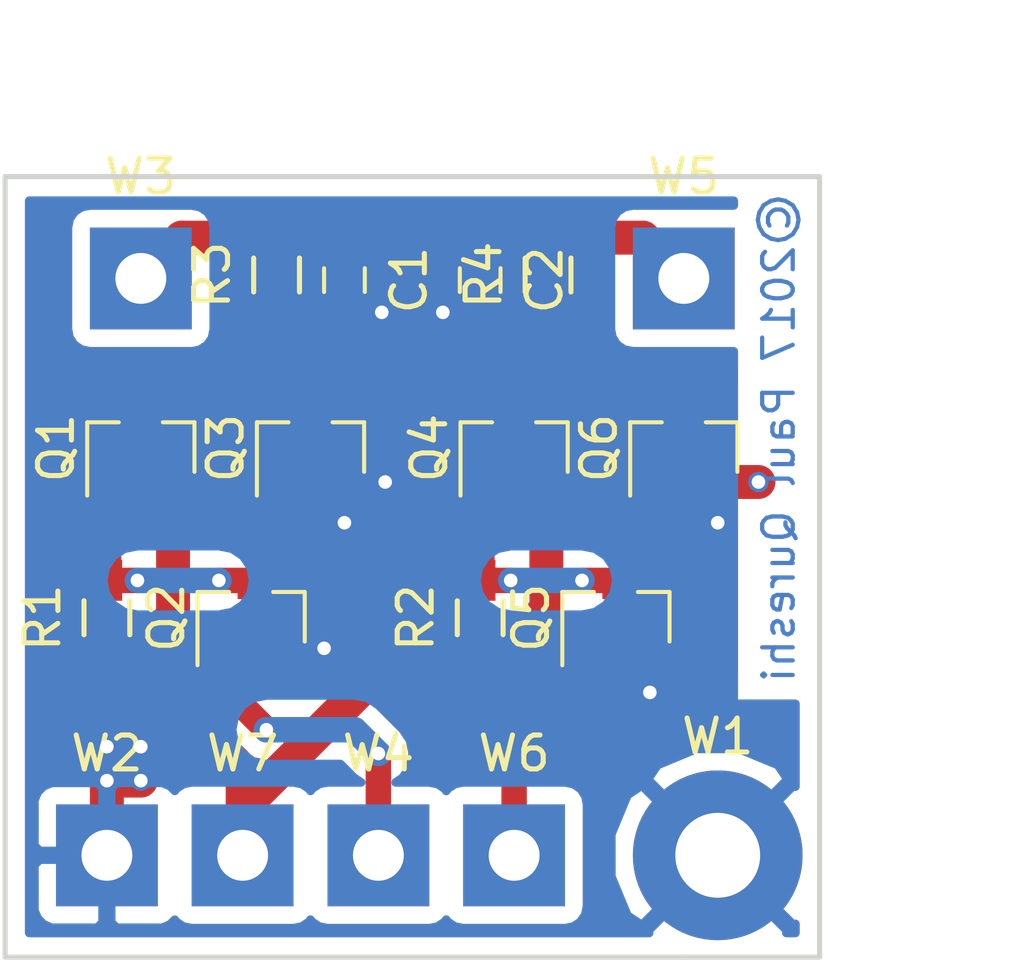
<source format=kicad_pcb>
(kicad_pcb (version 4) (host pcbnew 4.0.5)

  (general
    (links 27)
    (no_connects 0)
    (area 99.924999 56.924999 124.075001 80.075001)
    (thickness 1.6)
    (drawings 90)
    (tracks 87)
    (zones 0)
    (modules 20)
    (nets 11)
  )

  (page A4)
  (title_block
    (title "FET push-pull driver")
    (date 2017-02-05)
    (rev 1.0)
    (company KEIO)
  )

  (layers
    (0 F.Cu signal)
    (31 B.Cu signal)
    (32 B.Adhes user)
    (33 F.Adhes user)
    (34 B.Paste user)
    (35 F.Paste user)
    (36 B.SilkS user hide)
    (37 F.SilkS user hide)
    (38 B.Mask user)
    (39 F.Mask user)
    (40 Dwgs.User user)
    (41 Cmts.User user)
    (42 Eco1.User user)
    (43 Eco2.User user hide)
    (44 Edge.Cuts user)
    (45 Margin user)
    (46 B.CrtYd user)
    (47 F.CrtYd user hide)
    (48 B.Fab user)
    (49 F.Fab user hide)
  )

  (setup
    (last_trace_width 1)
    (user_trace_width 0.1524)
    (user_trace_width 0.45)
    (user_trace_width 0.75)
    (user_trace_width 1)
    (trace_clearance 0.1524)
    (zone_clearance 0.508)
    (zone_45_only no)
    (trace_min 0.1524)
    (segment_width 0.2)
    (edge_width 0.15)
    (via_size 0.6)
    (via_drill 0.4)
    (via_min_size 0.4)
    (via_min_drill 0.3)
    (user_via 0.4524 0.3)
    (uvia_size 0.3)
    (uvia_drill 0.1)
    (uvias_allowed no)
    (uvia_min_size 0.2)
    (uvia_min_drill 0.1)
    (pcb_text_width 0.3)
    (pcb_text_size 1.5 1.5)
    (mod_edge_width 0.15)
    (mod_text_size 1 1)
    (mod_text_width 0.15)
    (pad_size 1.2 0.75)
    (pad_drill 0)
    (pad_to_mask_clearance 0.2)
    (aux_axis_origin 0 0)
    (visible_elements FFFCFB7F)
    (pcbplotparams
      (layerselection 0x00030_80000001)
      (usegerberextensions false)
      (excludeedgelayer true)
      (linewidth 0.100000)
      (plotframeref false)
      (viasonmask false)
      (mode 1)
      (useauxorigin false)
      (hpglpennumber 1)
      (hpglpenspeed 20)
      (hpglpendiameter 15)
      (hpglpenoverlay 2)
      (psnegative false)
      (psa4output false)
      (plotreference true)
      (plotvalue true)
      (plotinvisibletext false)
      (padsonsilk false)
      (subtractmaskfromsilk false)
      (outputformat 1)
      (mirror false)
      (drillshape 1)
      (scaleselection 1)
      (outputdirectory ""))
  )

  (net 0 "")
  (net 1 "Net-(Q1-Pad1)")
  (net 2 VCC)
  (net 3 "Net-(Q1-Pad3)")
  (net 4 "Net-(Q2-Pad1)")
  (net 5 GND)
  (net 6 "Net-(Q4-Pad1)")
  (net 7 "Net-(Q4-Pad3)")
  (net 8 "Net-(Q5-Pad1)")
  (net 9 "Net-(C1-Pad1)")
  (net 10 "Net-(C2-Pad1)")

  (net_class Default "This is the default net class."
    (clearance 0.1524)
    (trace_width 0.25)
    (via_dia 0.6)
    (via_drill 0.4)
    (uvia_dia 0.3)
    (uvia_drill 0.1)
    (add_net GND)
    (add_net "Net-(C1-Pad1)")
    (add_net "Net-(C2-Pad1)")
    (add_net "Net-(Q1-Pad1)")
    (add_net "Net-(Q1-Pad3)")
    (add_net "Net-(Q2-Pad1)")
    (add_net "Net-(Q4-Pad1)")
    (add_net "Net-(Q4-Pad3)")
    (add_net "Net-(Q5-Pad1)")
    (add_net VCC)
  )

  (module Resistors_SMD:R_0603_HandSoldering (layer F.Cu) (tedit 58307AEF) (tstamp 58924A15)
    (at 103 70 90)
    (descr "Resistor SMD 0603, hand soldering")
    (tags "resistor 0603")
    (path /588FBD46)
    (attr smd)
    (fp_text reference R1 (at 0 -1.9 90) (layer F.SilkS)
      (effects (font (size 1 1) (thickness 0.15)))
    )
    (fp_text value R (at 0 1.9 90) (layer F.Fab)
      (effects (font (size 1 1) (thickness 0.15)))
    )
    (fp_line (start -0.8 0.4) (end -0.8 -0.4) (layer F.Fab) (width 0.1))
    (fp_line (start 0.8 0.4) (end -0.8 0.4) (layer F.Fab) (width 0.1))
    (fp_line (start 0.8 -0.4) (end 0.8 0.4) (layer F.Fab) (width 0.1))
    (fp_line (start -0.8 -0.4) (end 0.8 -0.4) (layer F.Fab) (width 0.1))
    (fp_line (start -2 -0.8) (end 2 -0.8) (layer F.CrtYd) (width 0.05))
    (fp_line (start -2 0.8) (end 2 0.8) (layer F.CrtYd) (width 0.05))
    (fp_line (start -2 -0.8) (end -2 0.8) (layer F.CrtYd) (width 0.05))
    (fp_line (start 2 -0.8) (end 2 0.8) (layer F.CrtYd) (width 0.05))
    (fp_line (start 0.5 0.675) (end -0.5 0.675) (layer F.SilkS) (width 0.15))
    (fp_line (start -0.5 -0.675) (end 0.5 -0.675) (layer F.SilkS) (width 0.15))
    (pad 1 smd rect (at -1.1 0 90) (size 1.2 0.9) (layers F.Cu F.Paste F.Mask)
      (net 2 VCC))
    (pad 2 smd rect (at 1.1 0 90) (size 1.2 0.9) (layers F.Cu F.Paste F.Mask)
      (net 1 "Net-(Q1-Pad1)"))
    (model Resistors_SMD.3dshapes/R_0603_HandSoldering.wrl
      (at (xyz 0 0 0))
      (scale (xyz 1 1 1))
      (rotate (xyz 0 0 0))
    )
  )

  (module TO_SOT_Packages_SMD:SOT-23 (layer F.Cu) (tedit 583F39EB) (tstamp 58924A0F)
    (at 120 65 90)
    (descr "SOT-23, Standard")
    (tags SOT-23)
    (path /588FC62C)
    (attr smd)
    (fp_text reference Q6 (at 0 -2.5 90) (layer F.SilkS)
      (effects (font (size 1 1) (thickness 0.15)))
    )
    (fp_text value BSS138 (at 0 2.5 90) (layer F.Fab)
      (effects (font (size 1 1) (thickness 0.15)))
    )
    (fp_line (start -0.2 -1.52) (end -0.7 -1.02) (layer F.Fab) (width 0.1))
    (fp_line (start 0.76 1.58) (end 0.76 0.65) (layer F.SilkS) (width 0.12))
    (fp_line (start 0.76 -1.58) (end 0.76 -0.65) (layer F.SilkS) (width 0.12))
    (fp_line (start 0.7 -1.52) (end 0.7 1.52) (layer F.Fab) (width 0.1))
    (fp_line (start -0.7 1.52) (end 0.7 1.52) (layer F.Fab) (width 0.1))
    (fp_line (start -1.7 -1.75) (end 1.7 -1.75) (layer F.CrtYd) (width 0.05))
    (fp_line (start 1.7 -1.75) (end 1.7 1.75) (layer F.CrtYd) (width 0.05))
    (fp_line (start 1.7 1.75) (end -1.7 1.75) (layer F.CrtYd) (width 0.05))
    (fp_line (start -1.7 1.75) (end -1.7 -1.75) (layer F.CrtYd) (width 0.05))
    (fp_line (start 0.76 -1.58) (end -1.4 -1.58) (layer F.SilkS) (width 0.12))
    (fp_line (start -0.2 -1.52) (end 0.7 -1.52) (layer F.Fab) (width 0.1))
    (fp_line (start -0.7 -1.02) (end -0.7 1.52) (layer F.Fab) (width 0.1))
    (fp_line (start 0.76 1.58) (end -0.7 1.58) (layer F.SilkS) (width 0.12))
    (pad 1 smd rect (at -1 -0.95 90) (size 0.9 0.8) (layers F.Cu F.Paste F.Mask)
      (net 6 "Net-(Q4-Pad1)"))
    (pad 2 smd rect (at -1 0.95 90) (size 0.9 0.8) (layers F.Cu F.Paste F.Mask)
      (net 5 GND))
    (pad 3 smd rect (at 1 0 90) (size 0.9 0.8) (layers F.Cu F.Paste F.Mask)
      (net 7 "Net-(Q4-Pad3)"))
    (model TO_SOT_Packages_SMD.3dshapes/SOT-23.wrl
      (at (xyz 0 0 0))
      (scale (xyz 1 1 1))
      (rotate (xyz 0 0 90))
    )
  )

  (module TO_SOT_Packages_SMD:SOT-23 (layer F.Cu) (tedit 583F39EB) (tstamp 58924A08)
    (at 118 70 90)
    (descr "SOT-23, Standard")
    (tags SOT-23)
    (path /588FC9C8)
    (attr smd)
    (fp_text reference Q5 (at 0 -2.5 90) (layer F.SilkS)
      (effects (font (size 1 1) (thickness 0.15)))
    )
    (fp_text value BSS138 (at 0 2.5 90) (layer F.Fab)
      (effects (font (size 1 1) (thickness 0.15)))
    )
    (fp_line (start -0.2 -1.52) (end -0.7 -1.02) (layer F.Fab) (width 0.1))
    (fp_line (start 0.76 1.58) (end 0.76 0.65) (layer F.SilkS) (width 0.12))
    (fp_line (start 0.76 -1.58) (end 0.76 -0.65) (layer F.SilkS) (width 0.12))
    (fp_line (start 0.7 -1.52) (end 0.7 1.52) (layer F.Fab) (width 0.1))
    (fp_line (start -0.7 1.52) (end 0.7 1.52) (layer F.Fab) (width 0.1))
    (fp_line (start -1.7 -1.75) (end 1.7 -1.75) (layer F.CrtYd) (width 0.05))
    (fp_line (start 1.7 -1.75) (end 1.7 1.75) (layer F.CrtYd) (width 0.05))
    (fp_line (start 1.7 1.75) (end -1.7 1.75) (layer F.CrtYd) (width 0.05))
    (fp_line (start -1.7 1.75) (end -1.7 -1.75) (layer F.CrtYd) (width 0.05))
    (fp_line (start 0.76 -1.58) (end -1.4 -1.58) (layer F.SilkS) (width 0.12))
    (fp_line (start -0.2 -1.52) (end 0.7 -1.52) (layer F.Fab) (width 0.1))
    (fp_line (start -0.7 -1.02) (end -0.7 1.52) (layer F.Fab) (width 0.1))
    (fp_line (start 0.76 1.58) (end -0.7 1.58) (layer F.SilkS) (width 0.12))
    (pad 1 smd rect (at -1 -0.95 90) (size 0.9 0.8) (layers F.Cu F.Paste F.Mask)
      (net 8 "Net-(Q5-Pad1)"))
    (pad 2 smd rect (at -1 0.95 90) (size 0.9 0.8) (layers F.Cu F.Paste F.Mask)
      (net 5 GND))
    (pad 3 smd rect (at 1 0 90) (size 0.9 0.8) (layers F.Cu F.Paste F.Mask)
      (net 6 "Net-(Q4-Pad1)"))
    (model TO_SOT_Packages_SMD.3dshapes/SOT-23.wrl
      (at (xyz 0 0 0))
      (scale (xyz 1 1 1))
      (rotate (xyz 0 0 90))
    )
  )

  (module TO_SOT_Packages_SMD:SOT-23 (layer F.Cu) (tedit 583F39EB) (tstamp 589249EC)
    (at 104 65 90)
    (descr "SOT-23, Standard")
    (tags SOT-23)
    (path /588FBBAA)
    (attr smd)
    (fp_text reference Q1 (at 0 -2.5 90) (layer F.SilkS)
      (effects (font (size 1 1) (thickness 0.15)))
    )
    (fp_text value BSS84 (at 0 2.5 90) (layer F.Fab)
      (effects (font (size 1 1) (thickness 0.15)))
    )
    (fp_line (start -0.2 -1.52) (end -0.7 -1.02) (layer F.Fab) (width 0.1))
    (fp_line (start 0.76 1.58) (end 0.76 0.65) (layer F.SilkS) (width 0.12))
    (fp_line (start 0.76 -1.58) (end 0.76 -0.65) (layer F.SilkS) (width 0.12))
    (fp_line (start 0.7 -1.52) (end 0.7 1.52) (layer F.Fab) (width 0.1))
    (fp_line (start -0.7 1.52) (end 0.7 1.52) (layer F.Fab) (width 0.1))
    (fp_line (start -1.7 -1.75) (end 1.7 -1.75) (layer F.CrtYd) (width 0.05))
    (fp_line (start 1.7 -1.75) (end 1.7 1.75) (layer F.CrtYd) (width 0.05))
    (fp_line (start 1.7 1.75) (end -1.7 1.75) (layer F.CrtYd) (width 0.05))
    (fp_line (start -1.7 1.75) (end -1.7 -1.75) (layer F.CrtYd) (width 0.05))
    (fp_line (start 0.76 -1.58) (end -1.4 -1.58) (layer F.SilkS) (width 0.12))
    (fp_line (start -0.2 -1.52) (end 0.7 -1.52) (layer F.Fab) (width 0.1))
    (fp_line (start -0.7 -1.02) (end -0.7 1.52) (layer F.Fab) (width 0.1))
    (fp_line (start 0.76 1.58) (end -0.7 1.58) (layer F.SilkS) (width 0.12))
    (pad 1 smd rect (at -1 -0.95 90) (size 0.9 0.8) (layers F.Cu F.Paste F.Mask)
      (net 1 "Net-(Q1-Pad1)"))
    (pad 2 smd rect (at -1 0.95 90) (size 0.9 0.8) (layers F.Cu F.Paste F.Mask)
      (net 2 VCC))
    (pad 3 smd rect (at 1 0 90) (size 0.9 0.8) (layers F.Cu F.Paste F.Mask)
      (net 3 "Net-(Q1-Pad3)"))
    (model TO_SOT_Packages_SMD.3dshapes/SOT-23.wrl
      (at (xyz 0 0 0))
      (scale (xyz 1 1 1))
      (rotate (xyz 0 0 90))
    )
  )

  (module TO_SOT_Packages_SMD:SOT-23 (layer F.Cu) (tedit 583F39EB) (tstamp 589249F3)
    (at 107.25 70 90)
    (descr "SOT-23, Standard")
    (tags SOT-23)
    (path /588FBC23)
    (attr smd)
    (fp_text reference Q2 (at 0 -2.5 90) (layer F.SilkS)
      (effects (font (size 1 1) (thickness 0.15)))
    )
    (fp_text value BSS138 (at 0 2.5 90) (layer F.Fab)
      (effects (font (size 1 1) (thickness 0.15)))
    )
    (fp_line (start -0.2 -1.52) (end -0.7 -1.02) (layer F.Fab) (width 0.1))
    (fp_line (start 0.76 1.58) (end 0.76 0.65) (layer F.SilkS) (width 0.12))
    (fp_line (start 0.76 -1.58) (end 0.76 -0.65) (layer F.SilkS) (width 0.12))
    (fp_line (start 0.7 -1.52) (end 0.7 1.52) (layer F.Fab) (width 0.1))
    (fp_line (start -0.7 1.52) (end 0.7 1.52) (layer F.Fab) (width 0.1))
    (fp_line (start -1.7 -1.75) (end 1.7 -1.75) (layer F.CrtYd) (width 0.05))
    (fp_line (start 1.7 -1.75) (end 1.7 1.75) (layer F.CrtYd) (width 0.05))
    (fp_line (start 1.7 1.75) (end -1.7 1.75) (layer F.CrtYd) (width 0.05))
    (fp_line (start -1.7 1.75) (end -1.7 -1.75) (layer F.CrtYd) (width 0.05))
    (fp_line (start 0.76 -1.58) (end -1.4 -1.58) (layer F.SilkS) (width 0.12))
    (fp_line (start -0.2 -1.52) (end 0.7 -1.52) (layer F.Fab) (width 0.1))
    (fp_line (start -0.7 -1.02) (end -0.7 1.52) (layer F.Fab) (width 0.1))
    (fp_line (start 0.76 1.58) (end -0.7 1.58) (layer F.SilkS) (width 0.12))
    (pad 1 smd rect (at -1 -0.95 90) (size 0.9 0.8) (layers F.Cu F.Paste F.Mask)
      (net 4 "Net-(Q2-Pad1)"))
    (pad 2 smd rect (at -1 0.95 90) (size 0.9 0.8) (layers F.Cu F.Paste F.Mask)
      (net 5 GND))
    (pad 3 smd rect (at 1 0 90) (size 0.9 0.8) (layers F.Cu F.Paste F.Mask)
      (net 1 "Net-(Q1-Pad1)"))
    (model TO_SOT_Packages_SMD.3dshapes/SOT-23.wrl
      (at (xyz 0 0 0))
      (scale (xyz 1 1 1))
      (rotate (xyz 0 0 90))
    )
  )

  (module TO_SOT_Packages_SMD:SOT-23 (layer F.Cu) (tedit 583F39EB) (tstamp 589249FA)
    (at 109 65 90)
    (descr "SOT-23, Standard")
    (tags SOT-23)
    (path /588FC012)
    (attr smd)
    (fp_text reference Q3 (at 0 -2.5 90) (layer F.SilkS)
      (effects (font (size 1 1) (thickness 0.15)))
    )
    (fp_text value BSS138 (at 0 2.5 90) (layer F.Fab)
      (effects (font (size 1 1) (thickness 0.15)))
    )
    (fp_line (start -0.2 -1.52) (end -0.7 -1.02) (layer F.Fab) (width 0.1))
    (fp_line (start 0.76 1.58) (end 0.76 0.65) (layer F.SilkS) (width 0.12))
    (fp_line (start 0.76 -1.58) (end 0.76 -0.65) (layer F.SilkS) (width 0.12))
    (fp_line (start 0.7 -1.52) (end 0.7 1.52) (layer F.Fab) (width 0.1))
    (fp_line (start -0.7 1.52) (end 0.7 1.52) (layer F.Fab) (width 0.1))
    (fp_line (start -1.7 -1.75) (end 1.7 -1.75) (layer F.CrtYd) (width 0.05))
    (fp_line (start 1.7 -1.75) (end 1.7 1.75) (layer F.CrtYd) (width 0.05))
    (fp_line (start 1.7 1.75) (end -1.7 1.75) (layer F.CrtYd) (width 0.05))
    (fp_line (start -1.7 1.75) (end -1.7 -1.75) (layer F.CrtYd) (width 0.05))
    (fp_line (start 0.76 -1.58) (end -1.4 -1.58) (layer F.SilkS) (width 0.12))
    (fp_line (start -0.2 -1.52) (end 0.7 -1.52) (layer F.Fab) (width 0.1))
    (fp_line (start -0.7 -1.02) (end -0.7 1.52) (layer F.Fab) (width 0.1))
    (fp_line (start 0.76 1.58) (end -0.7 1.58) (layer F.SilkS) (width 0.12))
    (pad 1 smd rect (at -1 -0.95 90) (size 0.9 0.8) (layers F.Cu F.Paste F.Mask)
      (net 1 "Net-(Q1-Pad1)"))
    (pad 2 smd rect (at -1 0.95 90) (size 0.9 0.8) (layers F.Cu F.Paste F.Mask)
      (net 5 GND))
    (pad 3 smd rect (at 1 0 90) (size 0.9 0.8) (layers F.Cu F.Paste F.Mask)
      (net 3 "Net-(Q1-Pad3)"))
    (model TO_SOT_Packages_SMD.3dshapes/SOT-23.wrl
      (at (xyz 0 0 0))
      (scale (xyz 1 1 1))
      (rotate (xyz 0 0 90))
    )
  )

  (module TO_SOT_Packages_SMD:SOT-23 (layer F.Cu) (tedit 583F39EB) (tstamp 58924A01)
    (at 115 65 90)
    (descr "SOT-23, Standard")
    (tags SOT-23)
    (path /588FC42B)
    (attr smd)
    (fp_text reference Q4 (at 0 -2.5 90) (layer F.SilkS)
      (effects (font (size 1 1) (thickness 0.15)))
    )
    (fp_text value BSS84 (at 0 2.5 90) (layer F.Fab)
      (effects (font (size 1 1) (thickness 0.15)))
    )
    (fp_line (start -0.2 -1.52) (end -0.7 -1.02) (layer F.Fab) (width 0.1))
    (fp_line (start 0.76 1.58) (end 0.76 0.65) (layer F.SilkS) (width 0.12))
    (fp_line (start 0.76 -1.58) (end 0.76 -0.65) (layer F.SilkS) (width 0.12))
    (fp_line (start 0.7 -1.52) (end 0.7 1.52) (layer F.Fab) (width 0.1))
    (fp_line (start -0.7 1.52) (end 0.7 1.52) (layer F.Fab) (width 0.1))
    (fp_line (start -1.7 -1.75) (end 1.7 -1.75) (layer F.CrtYd) (width 0.05))
    (fp_line (start 1.7 -1.75) (end 1.7 1.75) (layer F.CrtYd) (width 0.05))
    (fp_line (start 1.7 1.75) (end -1.7 1.75) (layer F.CrtYd) (width 0.05))
    (fp_line (start -1.7 1.75) (end -1.7 -1.75) (layer F.CrtYd) (width 0.05))
    (fp_line (start 0.76 -1.58) (end -1.4 -1.58) (layer F.SilkS) (width 0.12))
    (fp_line (start -0.2 -1.52) (end 0.7 -1.52) (layer F.Fab) (width 0.1))
    (fp_line (start -0.7 -1.02) (end -0.7 1.52) (layer F.Fab) (width 0.1))
    (fp_line (start 0.76 1.58) (end -0.7 1.58) (layer F.SilkS) (width 0.12))
    (pad 1 smd rect (at -1 -0.95 90) (size 0.9 0.8) (layers F.Cu F.Paste F.Mask)
      (net 6 "Net-(Q4-Pad1)"))
    (pad 2 smd rect (at -1 0.95 90) (size 0.9 0.8) (layers F.Cu F.Paste F.Mask)
      (net 2 VCC))
    (pad 3 smd rect (at 1 0 90) (size 0.9 0.8) (layers F.Cu F.Paste F.Mask)
      (net 7 "Net-(Q4-Pad3)"))
    (model TO_SOT_Packages_SMD.3dshapes/SOT-23.wrl
      (at (xyz 0 0 0))
      (scale (xyz 1 1 1))
      (rotate (xyz 0 0 90))
    )
  )

  (module Resistors_SMD:R_0603_HandSoldering (layer F.Cu) (tedit 58307AEF) (tstamp 58924A1B)
    (at 114 70 90)
    (descr "Resistor SMD 0603, hand soldering")
    (tags "resistor 0603")
    (path /588FCB0A)
    (attr smd)
    (fp_text reference R2 (at 0 -1.9 90) (layer F.SilkS)
      (effects (font (size 1 1) (thickness 0.15)))
    )
    (fp_text value R (at 0 1.9 90) (layer F.Fab)
      (effects (font (size 1 1) (thickness 0.15)))
    )
    (fp_line (start -0.8 0.4) (end -0.8 -0.4) (layer F.Fab) (width 0.1))
    (fp_line (start 0.8 0.4) (end -0.8 0.4) (layer F.Fab) (width 0.1))
    (fp_line (start 0.8 -0.4) (end 0.8 0.4) (layer F.Fab) (width 0.1))
    (fp_line (start -0.8 -0.4) (end 0.8 -0.4) (layer F.Fab) (width 0.1))
    (fp_line (start -2 -0.8) (end 2 -0.8) (layer F.CrtYd) (width 0.05))
    (fp_line (start -2 0.8) (end 2 0.8) (layer F.CrtYd) (width 0.05))
    (fp_line (start -2 -0.8) (end -2 0.8) (layer F.CrtYd) (width 0.05))
    (fp_line (start 2 -0.8) (end 2 0.8) (layer F.CrtYd) (width 0.05))
    (fp_line (start 0.5 0.675) (end -0.5 0.675) (layer F.SilkS) (width 0.15))
    (fp_line (start -0.5 -0.675) (end 0.5 -0.675) (layer F.SilkS) (width 0.15))
    (pad 1 smd rect (at -1.1 0 90) (size 1.2 0.9) (layers F.Cu F.Paste F.Mask)
      (net 2 VCC))
    (pad 2 smd rect (at 1.1 0 90) (size 1.2 0.9) (layers F.Cu F.Paste F.Mask)
      (net 6 "Net-(Q4-Pad1)"))
    (model Resistors_SMD.3dshapes/R_0603_HandSoldering.wrl
      (at (xyz 0 0 0))
      (scale (xyz 1 1 1))
      (rotate (xyz 0 0 0))
    )
  )

  (module Mounting_Holes:MountingHole_2.5mm_Pad (layer F.Cu) (tedit 56D1B4CB) (tstamp 58924A20)
    (at 121 77)
    (descr "Mounting Hole 2.5mm")
    (tags "mounting hole 2.5mm")
    (path /58910040)
    (fp_text reference W1 (at 0 -3.5) (layer F.SilkS)
      (effects (font (size 1 1) (thickness 0.15)))
    )
    (fp_text value MOUNT1 (at 0 3.5) (layer F.Fab)
      (effects (font (size 1 1) (thickness 0.15)))
    )
    (fp_circle (center 0 0) (end 2.5 0) (layer Cmts.User) (width 0.15))
    (fp_circle (center 0 0) (end 2.75 0) (layer F.CrtYd) (width 0.05))
    (pad 1 thru_hole circle (at 0 0) (size 5 5) (drill 2.5) (layers *.Cu *.Mask)
      (net 5 GND))
  )

  (module Measurement_Points:Measurement_Point_Square-TH_Big (layer F.Cu) (tedit 56C36076) (tstamp 58924A25)
    (at 103 77)
    (descr "Mesurement Point, Square, Trough Hole,  3mm x 3mm, Drill 1.5mm,")
    (tags "Mesurement Point Square Trough Hole 3x3mm Drill 1.5mm")
    (path /58910461)
    (attr virtual)
    (fp_text reference W2 (at 0 -3) (layer F.SilkS)
      (effects (font (size 1 1) (thickness 0.15)))
    )
    (fp_text value GND (at 0 3) (layer F.Fab)
      (effects (font (size 1 1) (thickness 0.15)))
    )
    (fp_line (start -1.75 -1.75) (end 1.75 -1.75) (layer F.CrtYd) (width 0.05))
    (fp_line (start 1.75 -1.75) (end 1.75 1.75) (layer F.CrtYd) (width 0.05))
    (fp_line (start 1.75 1.75) (end -1.75 1.75) (layer F.CrtYd) (width 0.05))
    (fp_line (start -1.75 1.75) (end -1.75 -1.75) (layer F.CrtYd) (width 0.05))
    (pad 1 thru_hole rect (at 0 0) (size 3 3) (drill 1.5) (layers *.Cu *.Mask)
      (net 5 GND))
  )

  (module Measurement_Points:Measurement_Point_Square-TH_Big (layer F.Cu) (tedit 56C36076) (tstamp 58924A2A)
    (at 104 60)
    (descr "Mesurement Point, Square, Trough Hole,  3mm x 3mm, Drill 1.5mm,")
    (tags "Mesurement Point Square Trough Hole 3x3mm Drill 1.5mm")
    (path /588FD262)
    (attr virtual)
    (fp_text reference W3 (at 0 -3) (layer F.SilkS)
      (effects (font (size 1 1) (thickness 0.15)))
    )
    (fp_text value OUT1 (at 0 3) (layer F.Fab)
      (effects (font (size 1 1) (thickness 0.15)))
    )
    (fp_line (start -1.75 -1.75) (end 1.75 -1.75) (layer F.CrtYd) (width 0.05))
    (fp_line (start 1.75 -1.75) (end 1.75 1.75) (layer F.CrtYd) (width 0.05))
    (fp_line (start 1.75 1.75) (end -1.75 1.75) (layer F.CrtYd) (width 0.05))
    (fp_line (start -1.75 1.75) (end -1.75 -1.75) (layer F.CrtYd) (width 0.05))
    (pad 1 thru_hole rect (at 0 0) (size 3 3) (drill 1.5) (layers *.Cu *.Mask)
      (net 9 "Net-(C1-Pad1)"))
  )

  (module Measurement_Points:Measurement_Point_Square-TH_Big (layer F.Cu) (tedit 56C36076) (tstamp 58924A2F)
    (at 111 77)
    (descr "Mesurement Point, Square, Trough Hole,  3mm x 3mm, Drill 1.5mm,")
    (tags "Mesurement Point Square Trough Hole 3x3mm Drill 1.5mm")
    (path /588FBD89)
    (attr virtual)
    (fp_text reference W4 (at 0 -3) (layer F.SilkS)
      (effects (font (size 1 1) (thickness 0.15)))
    )
    (fp_text value IN1 (at 0 3) (layer F.Fab)
      (effects (font (size 1 1) (thickness 0.15)))
    )
    (fp_line (start -1.75 -1.75) (end 1.75 -1.75) (layer F.CrtYd) (width 0.05))
    (fp_line (start 1.75 -1.75) (end 1.75 1.75) (layer F.CrtYd) (width 0.05))
    (fp_line (start 1.75 1.75) (end -1.75 1.75) (layer F.CrtYd) (width 0.05))
    (fp_line (start -1.75 1.75) (end -1.75 -1.75) (layer F.CrtYd) (width 0.05))
    (pad 1 thru_hole rect (at 0 0) (size 3 3) (drill 1.5) (layers *.Cu *.Mask)
      (net 4 "Net-(Q2-Pad1)"))
  )

  (module Measurement_Points:Measurement_Point_Square-TH_Big (layer F.Cu) (tedit 56C36076) (tstamp 58924A34)
    (at 120 60)
    (descr "Mesurement Point, Square, Trough Hole,  3mm x 3mm, Drill 1.5mm,")
    (tags "Mesurement Point Square Trough Hole 3x3mm Drill 1.5mm")
    (path /588FD19C)
    (attr virtual)
    (fp_text reference W5 (at 0 -3) (layer F.SilkS)
      (effects (font (size 1 1) (thickness 0.15)))
    )
    (fp_text value OUT2 (at 0 3) (layer F.Fab)
      (effects (font (size 1 1) (thickness 0.15)))
    )
    (fp_line (start -1.75 -1.75) (end 1.75 -1.75) (layer F.CrtYd) (width 0.05))
    (fp_line (start 1.75 -1.75) (end 1.75 1.75) (layer F.CrtYd) (width 0.05))
    (fp_line (start 1.75 1.75) (end -1.75 1.75) (layer F.CrtYd) (width 0.05))
    (fp_line (start -1.75 1.75) (end -1.75 -1.75) (layer F.CrtYd) (width 0.05))
    (pad 1 thru_hole rect (at 0 0) (size 3 3) (drill 1.5) (layers *.Cu *.Mask)
      (net 10 "Net-(C2-Pad1)"))
  )

  (module Measurement_Points:Measurement_Point_Square-TH_Big (layer F.Cu) (tedit 56C36076) (tstamp 58924A39)
    (at 115 77)
    (descr "Mesurement Point, Square, Trough Hole,  3mm x 3mm, Drill 1.5mm,")
    (tags "Mesurement Point Square Trough Hole 3x3mm Drill 1.5mm")
    (path /588FCDEE)
    (attr virtual)
    (fp_text reference W6 (at 0 -3) (layer F.SilkS)
      (effects (font (size 1 1) (thickness 0.15)))
    )
    (fp_text value IN2 (at 0 3) (layer F.Fab)
      (effects (font (size 1 1) (thickness 0.15)))
    )
    (fp_line (start -1.75 -1.75) (end 1.75 -1.75) (layer F.CrtYd) (width 0.05))
    (fp_line (start 1.75 -1.75) (end 1.75 1.75) (layer F.CrtYd) (width 0.05))
    (fp_line (start 1.75 1.75) (end -1.75 1.75) (layer F.CrtYd) (width 0.05))
    (fp_line (start -1.75 1.75) (end -1.75 -1.75) (layer F.CrtYd) (width 0.05))
    (pad 1 thru_hole rect (at 0 0) (size 3 3) (drill 1.5) (layers *.Cu *.Mask)
      (net 8 "Net-(Q5-Pad1)"))
  )

  (module Measurement_Points:Measurement_Point_Square-TH_Big (layer F.Cu) (tedit 56C36076) (tstamp 58924A3E)
    (at 107 77)
    (descr "Mesurement Point, Square, Trough Hole,  3mm x 3mm, Drill 1.5mm,")
    (tags "Mesurement Point Square Trough Hole 3x3mm Drill 1.5mm")
    (path /58922E12)
    (attr virtual)
    (fp_text reference W7 (at 0 -3) (layer F.SilkS)
      (effects (font (size 1 1) (thickness 0.15)))
    )
    (fp_text value VCC (at 0 3) (layer F.Fab)
      (effects (font (size 1 1) (thickness 0.15)))
    )
    (fp_line (start -1.75 -1.75) (end 1.75 -1.75) (layer F.CrtYd) (width 0.05))
    (fp_line (start 1.75 -1.75) (end 1.75 1.75) (layer F.CrtYd) (width 0.05))
    (fp_line (start 1.75 1.75) (end -1.75 1.75) (layer F.CrtYd) (width 0.05))
    (fp_line (start -1.75 1.75) (end -1.75 -1.75) (layer F.CrtYd) (width 0.05))
    (pad 1 thru_hole rect (at 0 0) (size 3 3) (drill 1.5) (layers *.Cu *.Mask)
      (net 2 VCC))
  )

  (module Resistors_SMD:R_0603_HandSoldering (layer F.Cu) (tedit 58307AEF) (tstamp 589377D3)
    (at 108 59.9 90)
    (descr "Resistor SMD 0603, hand soldering")
    (tags "resistor 0603")
    (path /58938045)
    (attr smd)
    (fp_text reference R3 (at 0 -1.9 90) (layer F.SilkS)
      (effects (font (size 1 1) (thickness 0.15)))
    )
    (fp_text value R (at 0 1.9 90) (layer F.Fab)
      (effects (font (size 1 1) (thickness 0.15)))
    )
    (fp_line (start -0.8 0.4) (end -0.8 -0.4) (layer F.Fab) (width 0.1))
    (fp_line (start 0.8 0.4) (end -0.8 0.4) (layer F.Fab) (width 0.1))
    (fp_line (start 0.8 -0.4) (end 0.8 0.4) (layer F.Fab) (width 0.1))
    (fp_line (start -0.8 -0.4) (end 0.8 -0.4) (layer F.Fab) (width 0.1))
    (fp_line (start -2 -0.8) (end 2 -0.8) (layer F.CrtYd) (width 0.05))
    (fp_line (start -2 0.8) (end 2 0.8) (layer F.CrtYd) (width 0.05))
    (fp_line (start -2 -0.8) (end -2 0.8) (layer F.CrtYd) (width 0.05))
    (fp_line (start 2 -0.8) (end 2 0.8) (layer F.CrtYd) (width 0.05))
    (fp_line (start 0.5 0.675) (end -0.5 0.675) (layer F.SilkS) (width 0.15))
    (fp_line (start -0.5 -0.675) (end 0.5 -0.675) (layer F.SilkS) (width 0.15))
    (pad 1 smd rect (at -1.1 0 90) (size 1.2 0.9) (layers F.Cu F.Paste F.Mask)
      (net 3 "Net-(Q1-Pad3)"))
    (pad 2 smd rect (at 1.1 0 90) (size 1.2 0.9) (layers F.Cu F.Paste F.Mask)
      (net 9 "Net-(C1-Pad1)"))
    (model Resistors_SMD.3dshapes/R_0603_HandSoldering.wrl
      (at (xyz 0 0 0))
      (scale (xyz 1 1 1))
      (rotate (xyz 0 0 0))
    )
  )

  (module Resistors_SMD:R_0603_HandSoldering (layer F.Cu) (tedit 58307AEF) (tstamp 589377D9)
    (at 116 59.9 90)
    (descr "Resistor SMD 0603, hand soldering")
    (tags "resistor 0603")
    (path /58938378)
    (attr smd)
    (fp_text reference R4 (at 0 -1.9 90) (layer F.SilkS)
      (effects (font (size 1 1) (thickness 0.15)))
    )
    (fp_text value R (at 0 1.9 90) (layer F.Fab)
      (effects (font (size 1 1) (thickness 0.15)))
    )
    (fp_line (start -0.8 0.4) (end -0.8 -0.4) (layer F.Fab) (width 0.1))
    (fp_line (start 0.8 0.4) (end -0.8 0.4) (layer F.Fab) (width 0.1))
    (fp_line (start 0.8 -0.4) (end 0.8 0.4) (layer F.Fab) (width 0.1))
    (fp_line (start -0.8 -0.4) (end 0.8 -0.4) (layer F.Fab) (width 0.1))
    (fp_line (start -2 -0.8) (end 2 -0.8) (layer F.CrtYd) (width 0.05))
    (fp_line (start -2 0.8) (end 2 0.8) (layer F.CrtYd) (width 0.05))
    (fp_line (start -2 -0.8) (end -2 0.8) (layer F.CrtYd) (width 0.05))
    (fp_line (start 2 -0.8) (end 2 0.8) (layer F.CrtYd) (width 0.05))
    (fp_line (start 0.5 0.675) (end -0.5 0.675) (layer F.SilkS) (width 0.15))
    (fp_line (start -0.5 -0.675) (end 0.5 -0.675) (layer F.SilkS) (width 0.15))
    (pad 1 smd rect (at -1.1 0 90) (size 1.2 0.9) (layers F.Cu F.Paste F.Mask)
      (net 7 "Net-(Q4-Pad3)"))
    (pad 2 smd rect (at 1.1 0 90) (size 1.2 0.9) (layers F.Cu F.Paste F.Mask)
      (net 10 "Net-(C2-Pad1)"))
    (model Resistors_SMD.3dshapes/R_0603_HandSoldering.wrl
      (at (xyz 0 0 0))
      (scale (xyz 1 1 1))
      (rotate (xyz 0 0 0))
    )
  )

  (module Capacitors_SMD:C_0603_HandSoldering (layer F.Cu) (tedit 541A9B4D) (tstamp 589377F6)
    (at 110 60.05 270)
    (descr "Capacitor SMD 0603, hand soldering")
    (tags "capacitor 0603")
    (path /58938479)
    (attr smd)
    (fp_text reference C1 (at 0 -1.9 270) (layer F.SilkS)
      (effects (font (size 1 1) (thickness 0.15)))
    )
    (fp_text value C (at 0 1.9 270) (layer F.Fab)
      (effects (font (size 1 1) (thickness 0.15)))
    )
    (fp_line (start -0.8 0.4) (end -0.8 -0.4) (layer F.Fab) (width 0.1))
    (fp_line (start 0.8 0.4) (end -0.8 0.4) (layer F.Fab) (width 0.1))
    (fp_line (start 0.8 -0.4) (end 0.8 0.4) (layer F.Fab) (width 0.1))
    (fp_line (start -0.8 -0.4) (end 0.8 -0.4) (layer F.Fab) (width 0.1))
    (fp_line (start -1.85 -0.75) (end 1.85 -0.75) (layer F.CrtYd) (width 0.05))
    (fp_line (start -1.85 0.75) (end 1.85 0.75) (layer F.CrtYd) (width 0.05))
    (fp_line (start -1.85 -0.75) (end -1.85 0.75) (layer F.CrtYd) (width 0.05))
    (fp_line (start 1.85 -0.75) (end 1.85 0.75) (layer F.CrtYd) (width 0.05))
    (fp_line (start -0.35 -0.6) (end 0.35 -0.6) (layer F.SilkS) (width 0.12))
    (fp_line (start 0.35 0.6) (end -0.35 0.6) (layer F.SilkS) (width 0.12))
    (pad 1 smd rect (at -0.95 0 270) (size 1.2 0.75) (layers F.Cu F.Paste F.Mask)
      (net 9 "Net-(C1-Pad1)"))
    (pad 2 smd rect (at 0.95 0 270) (size 1.2 0.75) (layers F.Cu F.Paste F.Mask)
      (net 5 GND))
    (model Capacitors_SMD.3dshapes/C_0603_HandSoldering.wrl
      (at (xyz 0 0 0))
      (scale (xyz 1 1 1))
      (rotate (xyz 0 0 0))
    )
  )

  (module Capacitors_SMD:C_0603_HandSoldering (layer F.Cu) (tedit 541A9B4D) (tstamp 589377FC)
    (at 114 60.05 270)
    (descr "Capacitor SMD 0603, hand soldering")
    (tags "capacitor 0603")
    (path /589389FC)
    (attr smd)
    (fp_text reference C2 (at 0 -1.9 270) (layer F.SilkS)
      (effects (font (size 1 1) (thickness 0.15)))
    )
    (fp_text value C (at 0 1.9 270) (layer F.Fab)
      (effects (font (size 1 1) (thickness 0.15)))
    )
    (fp_line (start -0.8 0.4) (end -0.8 -0.4) (layer F.Fab) (width 0.1))
    (fp_line (start 0.8 0.4) (end -0.8 0.4) (layer F.Fab) (width 0.1))
    (fp_line (start 0.8 -0.4) (end 0.8 0.4) (layer F.Fab) (width 0.1))
    (fp_line (start -0.8 -0.4) (end 0.8 -0.4) (layer F.Fab) (width 0.1))
    (fp_line (start -1.85 -0.75) (end 1.85 -0.75) (layer F.CrtYd) (width 0.05))
    (fp_line (start -1.85 0.75) (end 1.85 0.75) (layer F.CrtYd) (width 0.05))
    (fp_line (start -1.85 -0.75) (end -1.85 0.75) (layer F.CrtYd) (width 0.05))
    (fp_line (start 1.85 -0.75) (end 1.85 0.75) (layer F.CrtYd) (width 0.05))
    (fp_line (start -0.35 -0.6) (end 0.35 -0.6) (layer F.SilkS) (width 0.12))
    (fp_line (start 0.35 0.6) (end -0.35 0.6) (layer F.SilkS) (width 0.12))
    (pad 1 smd rect (at -0.95 0 270) (size 1.2 0.75) (layers F.Cu F.Paste F.Mask)
      (net 10 "Net-(C2-Pad1)"))
    (pad 2 smd rect (at 0.95 0 270) (size 1.2 0.75) (layers F.Cu F.Paste F.Mask)
      (net 5 GND))
    (model Capacitors_SMD.3dshapes/C_0603_HandSoldering.wrl
      (at (xyz 0 0 0))
      (scale (xyz 1 1 1))
      (rotate (xyz 0 0 0))
    )
  )

  (module Keio:logo2_16x5mm_flipped (layer F.Cu) (tedit 0) (tstamp 5894F14A)
    (at 112 65.1)
    (fp_text reference G*** (at 0 0) (layer F.SilkS) hide
      (effects (font (thickness 0.3)))
    )
    (fp_text value LOGO (at 0.75 0) (layer F.SilkS) hide
      (effects (font (thickness 0.3)))
    )
    (fp_poly (pts (xy -6.194468 -2.462754) (xy -4.17195 -2.461613) (xy -4.119033 -2.452014) (xy -4.052421 -2.438354)
      (xy -3.991741 -2.422379) (xy -3.934596 -2.403304) (xy -3.878591 -2.380341) (xy -3.830178 -2.357222)
      (xy -3.762622 -2.320093) (xy -3.700835 -2.279641) (xy -3.642783 -2.234363) (xy -3.586429 -2.182755)
      (xy -3.565423 -2.16157) (xy -3.505254 -2.093669) (xy -3.452385 -2.021735) (xy -3.406728 -1.945589)
      (xy -3.368193 -1.865053) (xy -3.336692 -1.779946) (xy -3.312136 -1.69009) (xy -3.299258 -1.625601)
      (xy -3.298592 -1.621431) (xy -3.297965 -1.616742) (xy -3.297374 -1.611273) (xy -3.296819 -1.604765)
      (xy -3.296298 -1.596959) (xy -3.295809 -1.587594) (xy -3.29535 -1.576411) (xy -3.294921 -1.563151)
      (xy -3.294519 -1.547555) (xy -3.294143 -1.529361) (xy -3.293791 -1.508312) (xy -3.293462 -1.484146)
      (xy -3.293154 -1.456606) (xy -3.292865 -1.425431) (xy -3.292594 -1.390361) (xy -3.292339 -1.351138)
      (xy -3.292099 -1.307501) (xy -3.291872 -1.259191) (xy -3.291656 -1.205948) (xy -3.291451 -1.147513)
      (xy -3.291253 -1.083626) (xy -3.291062 -1.014028) (xy -3.290876 -0.938459) (xy -3.290693 -0.85666)
      (xy -3.290513 -0.76837) (xy -3.290332 -0.673331) (xy -3.29015 -0.571283) (xy -3.289965 -0.461966)
      (xy -3.289776 -0.34512) (xy -3.28958 -0.220487) (xy -3.289376 -0.087806) (xy -3.289247 -0.002117)
      (xy -3.289042 0.136952) (xy -3.288858 0.267818) (xy -3.288688 0.390744) (xy -3.288528 0.505994)
      (xy -3.288374 0.61383) (xy -3.28822 0.714517) (xy -3.288062 0.808318) (xy -3.287894 0.895495)
      (xy -3.287712 0.976314) (xy -3.287511 1.051036) (xy -3.287287 1.119925) (xy -3.287034 1.183245)
      (xy -3.286747 1.241258) (xy -3.286422 1.29423) (xy -3.286054 1.342422) (xy -3.285638 1.386098)
      (xy -3.285169 1.425521) (xy -3.284643 1.460956) (xy -3.284054 1.492665) (xy -3.283397 1.520912)
      (xy -3.282668 1.54596) (xy -3.281863 1.568072) (xy -3.280975 1.587512) (xy -3.280001 1.604544)
      (xy -3.278935 1.61943) (xy -3.277772 1.632434) (xy -3.276509 1.643819) (xy -3.275139 1.65385)
      (xy -3.273658 1.662788) (xy -3.272062 1.670898) (xy -3.270345 1.678444) (xy -3.268502 1.685687)
      (xy -3.266529 1.692892) (xy -3.264421 1.700323) (xy -3.262173 1.708241) (xy -3.25978 1.716912)
      (xy -3.257485 1.725631) (xy -3.230771 1.813114) (xy -3.196522 1.896942) (xy -3.155006 1.976737)
      (xy -3.10649 2.052122) (xy -3.051243 2.122717) (xy -2.989531 2.188145) (xy -2.921621 2.248028)
      (xy -2.851149 2.299745) (xy -2.800349 2.333727) (xy -2.799287 0.428146) (xy -2.798224 -1.477434)
      (xy -1.811866 -1.477434) (xy -1.811866 2.4638) (xy -4.551891 2.463122) (xy -4.703972 2.463082)
      (xy -4.85399 2.463039) (xy -5.001722 2.462991) (xy -5.146943 2.462941) (xy -5.289428 2.462887)
      (xy -5.428953 2.46283) (xy -5.565295 2.46277) (xy -5.698227 2.462707) (xy -5.827527 2.462642)
      (xy -5.952969 2.462574) (xy -6.07433 2.462505) (xy -6.191384 2.462433) (xy -6.303908 2.462359)
      (xy -6.411677 2.462283) (xy -6.514467 2.462206) (xy -6.612053 2.462127) (xy -6.704211 2.462048)
      (xy -6.790717 2.461967) (xy -6.871346 2.461885) (xy -6.945874 2.461803) (xy -7.014076 2.46172)
      (xy -7.075728 2.461637) (xy -7.130606 2.461553) (xy -7.178485 2.46147) (xy -7.219141 2.461387)
      (xy -7.252349 2.461304) (xy -7.277886 2.461221) (xy -7.295526 2.46114) (xy -7.305046 2.461059)
      (xy -7.306733 2.461015) (xy -7.401568 2.448099) (xy -7.491909 2.428038) (xy -7.577917 2.400759)
      (xy -7.659755 2.36619) (xy -7.737584 2.324256) (xy -7.811567 2.274885) (xy -7.881865 2.218003)
      (xy -7.917875 2.184601) (xy -7.972408 2.127738) (xy -8.020349 2.069055) (xy -8.063163 2.006556)
      (xy -8.102318 1.938243) (xy -8.11074 1.921933) (xy -8.142787 1.852313) (xy -8.169047 1.780839)
      (xy -8.190112 1.705665) (xy -8.206574 1.624945) (xy -8.207181 1.621366) (xy -8.207759 1.617623)
      (xy -8.208307 1.613307) (xy -8.208826 1.608189) (xy -8.209317 1.602043) (xy -8.209781 1.594641)
      (xy -8.210219 1.585754) (xy -8.210631 1.575155) (xy -8.211018 1.562615) (xy -8.211383 1.547908)
      (xy -8.211725 1.530804) (xy -8.212045 1.511077) (xy -8.212345 1.488499) (xy -8.212625 1.462841)
      (xy -8.212887 1.433876) (xy -8.21313 1.401375) (xy -8.213358 1.365112) (xy -8.213569 1.324858)
      (xy -8.213765 1.280385) (xy -8.213948 1.231466) (xy -8.214118 1.177872) (xy -8.214275 1.119376)
      (xy -8.214422 1.05575) (xy -8.214559 0.986766) (xy -8.214686 0.912196) (xy -8.214806 0.831812)
      (xy -8.214918 0.745387) (xy -8.215024 0.652693) (xy -8.215124 0.553502) (xy -8.21522 0.447585)
      (xy -8.215313 0.334715) (xy -8.215403 0.214665) (xy -8.215492 0.087206) (xy -8.215581 -0.047889)
      (xy -8.215669 -0.190849) (xy -8.215759 -0.341901) (xy -8.215819 -0.44349) (xy -8.216415 -1.477434)
      (xy -7.230533 -1.477434) (xy -7.230533 1.477433) (xy -4.275666 1.477433) (xy -4.275666 -1.477434)
      (xy -7.230533 -1.477434) (xy -8.216415 -1.477434) (xy -8.216985 -2.463895) (xy -6.194468 -2.462754)) (layer Eco2.User) (width 0.01))
    (fp_poly (pts (xy -0.037064 -2.46272) (xy 0.146296 -2.462643) (xy 0.321383 -2.462568) (xy 0.488392 -2.462494)
      (xy 0.647516 -2.462421) (xy 0.79895 -2.462348) (xy 0.942886 -2.462273) (xy 1.07952 -2.462198)
      (xy 1.209045 -2.462121) (xy 1.331655 -2.462041) (xy 1.447545 -2.461958) (xy 1.556908 -2.461871)
      (xy 1.659938 -2.46178) (xy 1.756829 -2.461684) (xy 1.847775 -2.461583) (xy 1.93297 -2.461475)
      (xy 2.012609 -2.461361) (xy 2.086884 -2.461239) (xy 2.155991 -2.461109) (xy 2.220122 -2.460971)
      (xy 2.279473 -2.460824) (xy 2.334237 -2.460667) (xy 2.384608 -2.460499) (xy 2.430779 -2.460321)
      (xy 2.472946 -2.460131) (xy 2.511302 -2.459929) (xy 2.546041 -2.459714) (xy 2.577357 -2.459485)
      (xy 2.605443 -2.459243) (xy 2.630495 -2.458986) (xy 2.652705 -2.458714) (xy 2.672269 -2.458426)
      (xy 2.689379 -2.458121) (xy 2.70423 -2.4578) (xy 2.717016 -2.457461) (xy 2.727931 -2.457103)
      (xy 2.737168 -2.456727) (xy 2.744923 -2.456332) (xy 2.751388 -2.455916) (xy 2.756758 -2.45548)
      (xy 2.761227 -2.455023) (xy 2.764988 -2.454543) (xy 2.768236 -2.454042) (xy 2.768601 -2.45398)
      (xy 2.862511 -2.433944) (xy 2.952108 -2.406723) (xy 3.037227 -2.372428) (xy 3.117703 -2.331169)
      (xy 3.193371 -2.283055) (xy 3.264066 -2.228198) (xy 3.329624 -2.166708) (xy 3.389879 -2.098696)
      (xy 3.444666 -2.024271) (xy 3.470062 -1.984518) (xy 3.499596 -1.931329) (xy 3.527012 -1.872909)
      (xy 3.551227 -1.811972) (xy 3.571158 -1.751235) (xy 3.585297 -1.69545) (xy 3.587286 -1.68629)
      (xy 3.589156 -1.678037) (xy 3.590913 -1.670427) (xy 3.592559 -1.663196) (xy 3.5941 -1.656079)
      (xy 3.595538 -1.648811) (xy 3.596877 -1.641128) (xy 3.598123 -1.632766) (xy 3.599278 -1.623459)
      (xy 3.600347 -1.612944) (xy 3.601333 -1.600956) (xy 3.602241 -1.58723) (xy 3.603075 -1.571501)
      (xy 3.603838 -1.553506) (xy 3.604535 -1.532979) (xy 3.605169 -1.509657) (xy 3.605745 -1.483274)
      (xy 3.606266 -1.453566) (xy 3.606736 -1.420268) (xy 3.60716 -1.383117) (xy 3.607541 -1.341846)
      (xy 3.607884 -1.296193) (xy 3.608191 -1.245892) (xy 3.608468 -1.190678) (xy 3.608719 -1.130288)
      (xy 3.608946 -1.064456) (xy 3.609155 -0.992919) (xy 3.609349 -0.915411) (xy 3.609532 -0.831668)
      (xy 3.609708 -0.741426) (xy 3.609881 -0.644419) (xy 3.610055 -0.540384) (xy 3.610234 -0.429056)
      (xy 3.610422 -0.31017) (xy 3.610623 -0.183462) (xy 3.610841 -0.048667) (xy 3.610942 0.0127)
      (xy 3.61358 1.598083) (xy 3.622839 1.64586) (xy 3.644992 1.740293) (xy 3.673869 1.829592)
      (xy 3.709502 1.913809) (xy 3.751924 1.992998) (xy 3.801167 2.067212) (xy 3.857265 2.136505)
      (xy 3.920249 2.200928) (xy 3.990152 2.260536) (xy 4.007059 2.273455) (xy 4.040646 2.298608)
      (xy 4.051777 2.287012) (xy 4.055023 2.283192) (xy 4.063437 2.273141) (xy 4.076779 2.257144)
      (xy 4.094813 2.235487) (xy 4.117302 2.208458) (xy 4.144007 2.176341) (xy 4.174692 2.139424)
      (xy 4.20912 2.097991) (xy 4.247052 2.052331) (xy 4.288251 2.002727) (xy 4.332481 1.949468)
      (xy 4.379503 1.892838) (xy 4.42908 1.833124) (xy 4.480975 1.770613) (xy 4.53495 1.705589)
      (xy 4.590768 1.63834) (xy 4.648192 1.569152) (xy 4.706984 1.49831) (xy 4.766907 1.426101)
      (xy 4.827723 1.352811) (xy 4.889195 1.278727) (xy 4.951086 1.204133) (xy 5.013157 1.129317)
      (xy 5.075173 1.054565) (xy 5.136895 0.980162) (xy 5.198086 0.906395) (xy 5.258508 0.833551)
      (xy 5.317925 0.761914) (xy 5.376098 0.691772) (xy 5.432791 0.62341) (xy 5.487765 0.557115)
      (xy 5.540784 0.493172) (xy 5.591611 0.431869) (xy 5.640007 0.37349) (xy 5.685735 0.318323)
      (xy 5.728558 0.266653) (xy 5.768239 0.218767) (xy 5.80454 0.17495) (xy 5.837224 0.135489)
      (xy 5.866053 0.10067) (xy 5.89079 0.070779) (xy 5.911198 0.046102) (xy 5.927038 0.026925)
      (xy 5.938075 0.013535) (xy 5.94407 0.006218) (xy 5.945048 0.004998) (xy 5.94405 0.003134)
      (xy 5.940196 -0.001538) (xy 5.933358 -0.009148) (xy 5.923407 -0.019826) (xy 5.910215 -0.033702)
      (xy 5.893653 -0.050904) (xy 5.873593 -0.071562) (xy 5.849907 -0.095807) (xy 5.822465 -0.123766)
      (xy 5.79114 -0.155571) (xy 5.755802 -0.191349) (xy 5.716325 -0.231232) (xy 5.672578 -0.275347)
      (xy 5.624434 -0.323826) (xy 5.571764 -0.376796) (xy 5.51444 -0.434388) (xy 5.452334 -0.496732)
      (xy 5.385316 -0.563956) (xy 5.313259 -0.63619) (xy 5.236033 -0.713564) (xy 5.153511 -0.796207)
      (xy 5.065564 -0.884248) (xy 4.972064 -0.977818) (xy 4.872882 -1.077045) (xy 4.767889 -1.182059)
      (xy 4.717757 -1.232194) (xy 3.486156 -2.4638) (xy 3.988307 -2.4638) (xy 4.066456 -2.463803)
      (xy 4.136641 -2.4638) (xy 4.199364 -2.463769) (xy 4.255127 -2.463685) (xy 4.304433 -2.463526)
      (xy 4.347784 -2.463271) (xy 4.385682 -2.462897) (xy 4.418629 -2.462382) (xy 4.447128 -2.461703)
      (xy 4.471682 -2.460837) (xy 4.492792 -2.459763) (xy 4.51096 -2.458459) (xy 4.52669 -2.456901)
      (xy 4.540483 -2.455067) (xy 4.552842 -2.452935) (xy 4.564269 -2.450483) (xy 4.575266 -2.447687)
      (xy 4.586336 -2.444527) (xy 4.597981 -2.440979) (xy 4.610703 -2.437021) (xy 4.614334 -2.435895)
      (xy 4.677634 -2.412697) (xy 4.742008 -2.382108) (xy 4.806106 -2.344852) (xy 4.868579 -2.301651)
      (xy 4.8768 -2.295414) (xy 4.88356 -2.289522) (xy 4.896191 -2.277724) (xy 4.914596 -2.260118)
      (xy 4.938677 -2.2368) (xy 4.968335 -2.20787) (xy 5.003472 -2.173423) (xy 5.04399 -2.133556)
      (xy 5.08979 -2.088369) (xy 5.140774 -2.037957) (xy 5.196844 -1.982417) (xy 5.257901 -1.921849)
      (xy 5.323846 -1.856347) (xy 5.394583 -1.786011) (xy 5.470011 -1.710937) (xy 5.550034 -1.631223)
      (xy 5.634552 -1.546966) (xy 5.723467 -1.458263) (xy 5.816681 -1.365211) (xy 5.818717 -1.363178)
      (xy 5.892398 -1.289627) (xy 5.964735 -1.217466) (xy 6.035484 -1.146936) (xy 6.104403 -1.078277)
      (xy 6.171249 -1.01173) (xy 6.23578 -0.947535) (xy 6.297753 -0.885932) (xy 6.356925 -0.827163)
      (xy 6.413054 -0.771466) (xy 6.465897 -0.719083) (xy 6.515212 -0.670254) (xy 6.560755 -0.62522)
      (xy 6.602284 -0.58422) (xy 6.639557 -0.547495) (xy 6.67233 -0.515286) (xy 6.700361 -0.487833)
      (xy 6.723408 -0.465376) (xy 6.741228 -0.448156) (xy 6.753578 -0.436412) (xy 6.760216 -0.430387)
      (xy 6.760634 -0.430046) (xy 6.818115 -0.38725) (xy 6.875831 -0.34955) (xy 6.933039 -0.31729)
      (xy 6.988995 -0.290815) (xy 7.042957 -0.270466) (xy 7.094181 -0.25659) (xy 7.141924 -0.249528)
      (xy 7.152217 -0.248909) (xy 7.18185 -0.24765) (xy 7.182917 -1.355726) (xy 7.183983 -2.4638)
      (xy 8.2169 -2.4638) (xy 8.2169 2.4638) (xy 7.183983 2.4638) (xy 7.182917 1.355724)
      (xy 7.18185 0.24765) (xy 7.1678 0.246301) (xy 7.146288 0.246286) (xy 7.118729 0.24941)
      (xy 7.086762 0.255267) (xy 7.052025 0.263447) (xy 7.016158 0.273543) (xy 6.980802 0.285146)
      (xy 6.947594 0.297847) (xy 6.930057 0.305513) (xy 6.901653 0.320177) (xy 6.869494 0.339373)
      (xy 6.835789 0.361626) (xy 6.802747 0.385457) (xy 6.772577 0.409391) (xy 6.7648 0.416034)
      (xy 6.761223 0.419177) (xy 6.757558 0.422485) (xy 6.753631 0.426159) (xy 6.749266 0.430403)
      (xy 6.744289 0.435418) (xy 6.738525 0.441405) (xy 6.731798 0.448568) (xy 6.723934 0.457109)
      (xy 6.714758 0.467229) (xy 6.704095 0.47913) (xy 6.69177 0.493014) (xy 6.677608 0.509085)
      (xy 6.661433 0.527543) (xy 6.643072 0.548591) (xy 6.622348 0.57243) (xy 6.599088 0.599264)
      (xy 6.573116 0.629293) (xy 6.544257 0.662721) (xy 6.512336 0.699748) (xy 6.477179 0.740578)
      (xy 6.43861 0.785412) (xy 6.396454 0.834453) (xy 6.350536 0.887902) (xy 6.300682 0.945961)
      (xy 6.246717 1.008833) (xy 6.188465 1.07672) (xy 6.125751 1.149823) (xy 6.058401 1.228346)
      (xy 5.98624 1.312489) (xy 5.909092 1.402455) (xy 5.826783 1.498446) (xy 5.739603 1.600122)
      (xy 5.669811 1.681488) (xy 5.605329 1.756594) (xy 5.545989 1.825635) (xy 5.491621 1.888804)
      (xy 5.442056 1.946296) (xy 5.397125 1.998304) (xy 5.356659 2.045024) (xy 5.320488 2.08665)
      (xy 5.288443 2.123374) (xy 5.260355 2.155392) (xy 5.236055 2.182898) (xy 5.215373 2.206086)
      (xy 5.19814 2.22515) (xy 5.184187 2.240285) (xy 5.173344 2.251684) (xy 5.165443 2.259541)
      (xy 5.16255 2.262196) (xy 5.096399 2.31562) (xy 5.027787 2.361842) (xy 4.957308 2.40053)
      (xy 4.885551 2.431354) (xy 4.826965 2.450309) (xy 4.785784 2.461683) (xy 1.957917 2.462238)
      (xy 1.803331 2.462262) (xy 1.650778 2.462276) (xy 1.500479 2.46228) (xy 1.352657 2.462272)
      (xy 1.207534 2.462254) (xy 1.06533 2.462227) (xy 0.926269 2.462189) (xy 0.790571 2.462142)
      (xy 0.65846 2.462086) (xy 0.530156 2.46202) (xy 0.405881 2.461946) (xy 0.285858 2.461863)
      (xy 0.170308 2.461771) (xy 0.059453 2.461672) (xy -0.046485 2.461564) (xy -0.147285 2.461449)
      (xy -0.242724 2.461327) (xy -0.33258 2.461197) (xy -0.416632 2.46106) (xy -0.494658 2.460917)
      (xy -0.566436 2.460767) (xy -0.631744 2.460611) (xy -0.690361 2.460449) (xy -0.742064 2.460281)
      (xy -0.786631 2.460108) (xy -0.823841 2.459929) (xy -0.853473 2.459746) (xy -0.875303 2.459557)
      (xy -0.88911 2.459364) (xy -0.894673 2.459167) (xy -0.894674 2.459167) (xy -0.956855 2.445944)
      (xy -1.015925 2.425263) (xy -1.071332 2.397648) (xy -1.122522 2.363625) (xy -1.168943 2.32372)
      (xy -1.210044 2.278457) (xy -1.245271 2.228362) (xy -1.274072 2.17396) (xy -1.295894 2.115776)
      (xy -1.308099 2.066109) (xy -1.310022 2.055548) (xy -1.31168 2.045105) (xy -1.313091 2.034102)
      (xy -1.31427 2.021859) (xy -1.315237 2.007699) (xy -1.316007 1.990941) (xy -1.316599 1.970906)
      (xy -1.317028 1.946916) (xy -1.317313 1.918291) (xy -1.317471 1.884353) (xy -1.317519 1.844422)
      (xy -1.317473 1.797819) (xy -1.317352 1.743866) (xy -1.317242 1.704974) (xy -1.316566 1.477433)
      (xy 2.624667 1.477433) (xy 2.624667 0.491136) (xy 0.858309 0.490043) (xy -0.90805 0.48895)
      (xy -0.949694 0.477458) (xy -0.983301 0.466507) (xy -1.019472 0.451861) (xy -1.0553 0.434873)
      (xy -1.087878 0.416898) (xy -1.108548 0.403499) (xy -1.157914 0.363449) (xy -1.20159 0.317548)
      (xy -1.239068 0.266595) (xy -1.269841 0.211392) (xy -1.293401 0.15274) (xy -1.309243 0.091439)
      (xy -1.310468 0.084707) (xy -1.311257 0.079304) (xy -1.311978 0.072282) (xy -1.312635 0.063274)
      (xy -1.31323 0.051915) (xy -1.313766 0.037839) (xy -1.314246 0.020681) (xy -1.314673 0.000075)
      (xy -1.315049 -0.024345) (xy -1.315377 -0.052945) (xy -1.31566 -0.086091) (xy -1.315902 -0.124147)
      (xy -1.316104 -0.167481) (xy -1.31627 -0.216457) (xy -1.316402 -0.271441) (xy -1.316503 -0.3328)
      (xy -1.316576 -0.400898) (xy -1.316624 -0.476102) (xy -1.316649 -0.558777) (xy -1.316655 -0.64929)
      (xy -1.316649 -0.719667) (xy -1.316643 -0.819086) (xy -1.316657 -0.910425) (xy -1.316699 -0.994072)
      (xy -1.316775 -1.070415) (xy -1.316891 -1.13984) (xy -1.317054 -1.202734) (xy -1.317269 -1.259486)
      (xy -1.317544 -1.310482) (xy -1.317884 -1.35611) (xy -1.318296 -1.396757) (xy -1.318786 -1.432811)
      (xy -1.31936 -1.464657) (xy -1.319663 -1.477434) (xy -0.334433 -1.477434) (xy -0.334433 -0.546101)
      (xy 2.624667 -0.546101) (xy 2.624667 -1.477434) (xy -0.334433 -1.477434) (xy -1.319663 -1.477434)
      (xy -1.320026 -1.492685) (xy -1.320789 -1.517281) (xy -1.321655 -1.538832) (xy -1.322631 -1.557726)
      (xy -1.323724 -1.574351) (xy -1.324939 -1.589092) (xy -1.326283 -1.602338) (xy -1.327762 -1.614476)
      (xy -1.329383 -1.625894) (xy -1.331152 -1.636977) (xy -1.331733 -1.640417) (xy -1.351038 -1.728607)
      (xy -1.378203 -1.814131) (xy -1.412904 -1.896502) (xy -1.454819 -1.975232) (xy -1.503625 -2.049833)
      (xy -1.559 -2.119817) (xy -1.620621 -2.184696) (xy -1.688166 -2.243982) (xy -1.761311 -2.297187)
      (xy -1.769533 -2.302549) (xy -1.809749 -2.328493) (xy -1.810836 -2.025712) (xy -1.811922 -1.722932)
      (xy -2.796116 -1.725084) (xy -2.797198 -2.094474) (xy -2.798279 -2.463863) (xy -0.037064 -2.46272)) (layer Eco2.User) (width 0.01))
  )

  (gr_text "Rev 1.0" (at 104 72) (layer Eco2.User) (tstamp 58973063)
    (effects (font (size 1 1) (thickness 0.2)) (justify mirror))
  )
  (gr_text "CC BY-SA" (at 112 59) (layer Eco2.User)
    (effects (font (size 1 1) (thickness 0.2)) (justify mirror))
  )
  (gr_text "©2017 Paul Qureshi" (at 122.8 64.7 90) (layer B.Cu)
    (effects (font (size 0.9 0.9) (thickness 0.125)) (justify mirror))
  )
  (dimension 23 (width 0.3) (layer Eco1.User)
    (gr_text "23.000 mm" (at 127.35 68.5 270) (layer Eco1.User)
      (effects (font (size 1.5 1.5) (thickness 0.3)))
    )
    (feature1 (pts (xy 125 80) (xy 128.7 80)))
    (feature2 (pts (xy 125 57) (xy 128.7 57)))
    (crossbar (pts (xy 126 57) (xy 126 80)))
    (arrow1a (pts (xy 126 80) (xy 125.413579 78.873496)))
    (arrow1b (pts (xy 126 80) (xy 126.586421 78.873496)))
    (arrow2a (pts (xy 126 57) (xy 125.413579 58.126504)))
    (arrow2b (pts (xy 126 57) (xy 126.586421 58.126504)))
  )
  (dimension 24 (width 0.3) (layer Eco1.User)
    (gr_text "24.000 mm" (at 112 53.65) (layer Eco1.User)
      (effects (font (size 1.5 1.5) (thickness 0.3)))
    )
    (feature1 (pts (xy 124 56) (xy 124 52.3)))
    (feature2 (pts (xy 100 56) (xy 100 52.3)))
    (crossbar (pts (xy 100 55) (xy 124 55)))
    (arrow1a (pts (xy 124 55) (xy 122.873496 55.586421)))
    (arrow1b (pts (xy 124 55) (xy 122.873496 54.413579)))
    (arrow2a (pts (xy 100 55) (xy 101.126504 55.586421)))
    (arrow2b (pts (xy 100 55) (xy 101.126504 54.413579)))
  )
  (gr_line (start 113.1 67.9) (end 113.1 68.7) (layer Eco1.User) (width 0.2))
  (gr_line (start 113.1 72.1) (end 113.1 71.3) (layer Eco1.User) (width 0.2))
  (gr_line (start 102.1 67.9) (end 102.1 68.7) (layer Eco1.User) (width 0.2))
  (gr_line (start 102.1 72.1) (end 102.1 71.2) (layer Eco1.User) (width 0.2))
  (gr_line (start 103.9 72.1) (end 102.1 72.1) (layer Eco1.User) (width 0.2))
  (gr_line (start 103.9 69.4) (end 103.9 72.1) (layer Eco1.User) (width 0.2))
  (gr_line (start 103.9 67.9) (end 103.9 68.4) (layer Eco1.User) (width 0.2))
  (gr_line (start 102.1 67.9) (end 103.9 67.9) (layer Eco1.User) (width 0.2))
  (gr_line (start 113.1 62) (end 113.1 61.5) (layer Eco1.User) (width 0.2))
  (gr_line (start 113.1 58.1) (end 113.1 60.5) (layer Eco1.User) (width 0.2))
  (gr_line (start 110.9 62) (end 110.9 61.5) (layer Eco1.User) (width 0.2))
  (gr_line (start 110.9 58.1) (end 110.9 60.5) (layer Eco1.User) (width 0.2))
  (gr_line (start 114.9 72.1) (end 113.1 72.1) (layer Eco1.User) (width 0.2))
  (gr_line (start 114.9 69.3) (end 114.9 72.1) (layer Eco1.User) (width 0.2))
  (gr_line (start 114.9 67.9) (end 114.9 68.5) (layer Eco1.User) (width 0.2))
  (gr_line (start 113.1 67.9) (end 114.9 67.9) (layer Eco1.User) (width 0.2))
  (gr_line (start 116.9 57.8) (end 115.1 57.8) (layer Eco1.User) (width 0.2))
  (gr_line (start 116.9 62) (end 116.9 57.8) (layer Eco1.User) (width 0.2))
  (gr_line (start 115.1 62) (end 116.9 62) (layer Eco1.User) (width 0.2))
  (gr_line (start 115.1 57.8) (end 115.1 62) (layer Eco1.User) (width 0.2))
  (gr_line (start 113.1 58.1) (end 113.2 58.1) (layer Eco1.User) (width 0.2))
  (gr_line (start 114.9 62) (end 113.1 62) (layer Eco1.User) (width 0.2))
  (gr_line (start 114.9 58.1) (end 114.9 62) (layer Eco1.User) (width 0.2))
  (gr_line (start 113.2 58.1) (end 114.9 58.1) (layer Eco1.User) (width 0.2))
  (gr_line (start 109.1 58.1) (end 109.2 58.1) (layer Eco1.User) (width 0.2))
  (gr_line (start 109.1 62) (end 109.1 58.1) (layer Eco1.User) (width 0.2))
  (gr_line (start 110.9 62) (end 109.1 62) (layer Eco1.User) (width 0.2))
  (gr_line (start 109.2 58.1) (end 110.9 58.1) (layer Eco1.User) (width 0.2))
  (gr_line (start 107.1 57.8) (end 107.1 57.9) (layer Eco1.User) (width 0.2))
  (gr_line (start 108.9 57.8) (end 107.1 57.8) (layer Eco1.User) (width 0.2))
  (gr_line (start 108.9 62) (end 108.9 57.8) (layer Eco1.User) (width 0.2))
  (gr_line (start 107.1 62) (end 108.9 62) (layer Eco1.User) (width 0.2))
  (gr_line (start 107.1 57.9) (end 107.1 62) (layer Eco1.User) (width 0.2))
  (gr_line (start 107 70.7) (end 107.5 70.7) (layer Eco1.User) (width 0.2))
  (gr_line (start 105.7 69.3) (end 105.7 70.2) (layer Eco1.User) (width 0.2))
  (gr_line (start 106.5 69.3) (end 105.7 69.3) (layer Eco1.User) (width 0.2))
  (gr_line (start 108.8 69.3) (end 108.8 70.2) (layer Eco1.User) (width 0.2))
  (gr_line (start 108 69.3) (end 108.8 69.3) (layer Eco1.User) (width 0.2))
  (gr_line (start 117.8 70.7) (end 118.2 70.7) (layer Eco1.User) (width 0.2))
  (gr_line (start 119.5 69.3) (end 119.5 70.2) (layer Eco1.User) (width 0.2))
  (gr_line (start 118.8 69.3) (end 119.5 69.3) (layer Eco1.User) (width 0.2))
  (gr_line (start 116.5 69.3) (end 116.5 70.2) (layer Eco1.User) (width 0.2))
  (gr_line (start 117.2 69.3) (end 116.5 69.3) (layer Eco1.User) (width 0.2))
  (gr_line (start 120.2 65.7) (end 119.8 65.7) (layer Eco1.User) (width 0.2))
  (gr_line (start 121.5 64.3) (end 121.5 65.2) (layer Eco1.User) (width 0.2))
  (gr_line (start 120.8 64.3) (end 121.5 64.3) (layer Eco1.User) (width 0.2))
  (gr_line (start 118.5 64.3) (end 118.5 65.2) (layer Eco1.User) (width 0.2))
  (gr_line (start 119.2 64.3) (end 118.5 64.3) (layer Eco1.User) (width 0.2))
  (gr_line (start 115.8 64.3) (end 116.5 64.3) (layer Eco1.User) (width 0.2))
  (gr_line (start 116.5 65.2) (end 116.5 64.3) (layer Eco1.User) (width 0.2))
  (gr_line (start 114.8 65.7) (end 115.2 65.7) (layer Eco1.User) (width 0.2))
  (gr_line (start 113.5 64.3) (end 113.5 65.2) (layer Eco1.User) (width 0.2))
  (gr_line (start 114.2 64.3) (end 113.5 64.3) (layer Eco1.User) (width 0.2))
  (gr_line (start 110.5 64.3) (end 110.5 65.2) (layer Eco1.User) (width 0.2))
  (gr_line (start 109.8 64.3) (end 110.5 64.3) (layer Eco1.User) (width 0.2))
  (gr_line (start 108.8 65.7) (end 109.2 65.7) (layer Eco1.User) (width 0.2))
  (gr_line (start 107.5 64.3) (end 107.5 65.2) (layer Eco1.User) (width 0.2))
  (gr_line (start 108.2 64.3) (end 107.5 64.3) (layer Eco1.User) (width 0.2))
  (gr_line (start 103.8 65.7) (end 104.2 65.7) (layer Eco1.User) (width 0.2))
  (gr_line (start 105.5 64.3) (end 105.5 65.2) (layer Eco1.User) (width 0.2))
  (gr_line (start 104.8 64.3) (end 105.5 64.3) (layer Eco1.User) (width 0.2))
  (gr_line (start 102.5 64.3) (end 102.5 65.2) (layer Eco1.User) (width 0.2))
  (gr_line (start 103.2 64.3) (end 102.5 64.3) (layer Eco1.User) (width 0.2))
  (gr_text 2 (at 114 74 360) (layer Eco1.User) (tstamp 5894F471)
    (effects (font (size 1.5 1.5) (thickness 0.3)))
  )
  (gr_text 1 (at 110 74) (layer Eco1.User) (tstamp 5894F46C)
    (effects (font (size 1.5 1.5) (thickness 0.3)))
  )
  (gr_text + (at 106 73.9) (layer Eco1.User) (tstamp 5894F452)
    (effects (font (size 1.5 1.5) (thickness 0.3)))
  )
  (gr_text G (at 102 74) (layer Eco1.User) (tstamp 5894F43E)
    (effects (font (size 1.5 1.5) (thickness 0.3)))
  )
  (gr_text C (at 112 60 360) (layer Eco1.User) (tstamp 5894F3DD)
    (effects (font (size 1.3 1.3) (thickness 0.2)))
  )
  (gr_text R2 (at 112.4 70 90) (layer Eco1.User) (tstamp 5894F3AD)
    (effects (font (size 1.3 1.3) (thickness 0.2)))
  )
  (gr_text R1 (at 101.4 70 90) (layer Eco1.User) (tstamp 5894F39C)
    (effects (font (size 1.3 1.3) (thickness 0.2)))
  )
  (gr_text Q2 (at 110.3 69) (layer Eco1.User) (tstamp 5894F37E)
    (effects (font (size 1.3 1.3) (thickness 0.2)))
  )
  (gr_text Q5 (at 121 69) (layer Eco1.User) (tstamp 5894F36C)
    (effects (font (size 1.3 1.3) (thickness 0.2)))
  )
  (gr_text Q6 (at 117.7 63) (layer Eco1.User) (tstamp 5894F32F)
    (effects (font (size 1.3 1.3) (thickness 0.2)))
  )
  (gr_text Q4 (at 112.7 63) (layer Eco1.User) (tstamp 5894F324)
    (effects (font (size 1.3 1.3) (thickness 0.2)))
  )
  (gr_text Q3 (at 106.7 63) (layer Eco1.User) (tstamp 5894F301)
    (effects (font (size 1.3 1.3) (thickness 0.2)))
  )
  (gr_text Q1 (at 101.8 63) (layer Eco1.User)
    (effects (font (size 1.3 1.3) (thickness 0.2)))
  )
  (gr_text 2 (at 122.8 60 360) (layer Eco1.User) (tstamp 5894F217)
    (effects (font (size 1.5 1.5) (thickness 0.3)))
  )
  (gr_text 1 (at 101.2 60) (layer Eco1.User)
    (effects (font (size 1.5 1.5) (thickness 0.3)))
  )
  (gr_line (start 100 57) (end 100 70) (layer Edge.Cuts) (width 0.15))
  (gr_line (start 124 57) (end 100 57) (layer Edge.Cuts) (width 0.15))
  (gr_line (start 124 70) (end 124 57) (layer Edge.Cuts) (width 0.15))
  (gr_line (start 124 80) (end 124 70) (layer Edge.Cuts) (width 0.15))
  (gr_line (start 120 80) (end 124 80) (layer Edge.Cuts) (width 0.15))
  (gr_line (start 100 70) (end 100 80) (layer Edge.Cuts) (width 0.15))
  (gr_line (start 100 80) (end 120 80) (layer Edge.Cuts) (width 0.15))

  (segment (start 106.3 68.9) (end 107.15 68.9) (width 0.75) (layer F.Cu) (net 1))
  (segment (start 107.15 68.9) (end 107.25 69) (width 0.75) (layer F.Cu) (net 1))
  (segment (start 103.9 68.9) (end 106.3 68.9) (width 0.75) (layer B.Cu) (net 1))
  (via (at 106.3 68.9) (size 0.6) (drill 0.4) (layers F.Cu B.Cu) (net 1))
  (segment (start 103 68.9) (end 103.9 68.9) (width 0.75) (layer F.Cu) (net 1))
  (via (at 103.9 68.9) (size 0.6) (drill 0.4) (layers F.Cu B.Cu) (net 1))
  (segment (start 103.05 66) (end 103.05 68.85) (width 0.75) (layer F.Cu) (net 1))
  (segment (start 103.05 68.85) (end 103 68.9) (width 0.75) (layer F.Cu) (net 1))
  (segment (start 103.1 69) (end 103 68.9) (width 0.75) (layer F.Cu) (net 1))
  (segment (start 108.05 66) (end 108.05 68.2) (width 0.75) (layer F.Cu) (net 1))
  (segment (start 108.05 68.2) (end 107.25 69) (width 0.75) (layer F.Cu) (net 1))
  (segment (start 107 77) (end 107 74.5) (width 1) (layer F.Cu) (net 2))
  (segment (start 103.8 71.3) (end 103.8 71.1) (width 1) (layer F.Cu) (net 2))
  (segment (start 107 74.5) (end 103.8 71.3) (width 1) (layer F.Cu) (net 2))
  (segment (start 104.95 66) (end 104.95 69.95) (width 1) (layer F.Cu) (net 2))
  (segment (start 104.95 69.95) (end 103.8 71.1) (width 1) (layer F.Cu) (net 2))
  (segment (start 103.8 71.1) (end 103 71.1) (width 1) (layer F.Cu) (net 2))
  (segment (start 115.95 66) (end 115.95 69.75) (width 1) (layer F.Cu) (net 2))
  (segment (start 115.95 69.75) (end 114.6 71.1) (width 1) (layer F.Cu) (net 2))
  (segment (start 114.6 71.1) (end 114 71.1) (width 1) (layer F.Cu) (net 2))
  (segment (start 107 75.6) (end 111.5 71.1) (width 1) (layer F.Cu) (net 2))
  (segment (start 111.5 71.1) (end 114 71.1) (width 1) (layer F.Cu) (net 2))
  (segment (start 107 77) (end 107 75.6) (width 1) (layer F.Cu) (net 2))
  (segment (start 107 64) (end 108 64) (width 1) (layer F.Cu) (net 3))
  (segment (start 108 61) (end 108 64) (width 1) (layer F.Cu) (net 3))
  (segment (start 108 64) (end 109 64) (width 1) (layer F.Cu) (net 3))
  (segment (start 104 64) (end 107 64) (width 1) (layer F.Cu) (net 3))
  (segment (start 107.7 73.3) (end 110.3 73.3) (width 0.75) (layer B.Cu) (net 4))
  (segment (start 110.3 73.3) (end 111 74) (width 0.75) (layer B.Cu) (net 4))
  (via (at 111 74) (size 0.6) (drill 0.4) (layers F.Cu B.Cu) (net 4))
  (segment (start 106.3 71) (end 106.3 71.9) (width 0.75) (layer F.Cu) (net 4))
  (segment (start 106.3 71.9) (end 107.7 73.3) (width 0.75) (layer F.Cu) (net 4))
  (via (at 107.7 73.3) (size 0.6) (drill 0.4) (layers F.Cu B.Cu) (net 4))
  (segment (start 111 74) (end 111 77) (width 0.75) (layer F.Cu) (net 4))
  (segment (start 110 61) (end 111.1 61) (width 1) (layer F.Cu) (net 5))
  (via (at 111.1 61) (size 0.6) (drill 0.4) (layers F.Cu B.Cu) (net 5))
  (segment (start 114 61) (end 112.9 61) (width 1) (layer F.Cu) (net 5))
  (via (at 112.9 61) (size 0.6) (drill 0.4) (layers F.Cu B.Cu) (net 5))
  (segment (start 108.2 71) (end 109.3 71) (width 1) (layer F.Cu) (net 5))
  (segment (start 109.3 71) (end 109.4 70.9) (width 1) (layer F.Cu) (net 5))
  (via (at 109.4 70.9) (size 0.6) (drill 0.4) (layers F.Cu B.Cu) (net 5))
  (segment (start 118.95 71) (end 118.95 72.15) (width 1) (layer F.Cu) (net 5))
  (segment (start 118.95 72.15) (end 119 72.2) (width 1) (layer F.Cu) (net 5))
  (via (at 119 72.2) (size 0.6) (drill 0.4) (layers F.Cu B.Cu) (net 5))
  (segment (start 120.95 66) (end 122.2 66) (width 1) (layer F.Cu) (net 5))
  (via (at 122.2 66) (size 0.6) (drill 0.4) (layers F.Cu B.Cu) (net 5))
  (segment (start 120.95 66) (end 120.95 67.15) (width 1) (layer F.Cu) (net 5))
  (segment (start 120.95 67.15) (end 121 67.2) (width 1) (layer F.Cu) (net 5))
  (via (at 121 67.2) (size 0.6) (drill 0.4) (layers F.Cu B.Cu) (net 5))
  (segment (start 109.95 66) (end 111.2 66) (width 1) (layer F.Cu) (net 5))
  (via (at 111.2 66) (size 0.6) (drill 0.4) (layers F.Cu B.Cu) (net 5))
  (segment (start 109.95 66) (end 109.95 67.15) (width 1) (layer F.Cu) (net 5))
  (segment (start 109.95 67.15) (end 110 67.2) (width 1) (layer F.Cu) (net 5))
  (via (at 110 67.2) (size 0.6) (drill 0.4) (layers F.Cu B.Cu) (net 5))
  (segment (start 103 73.8) (end 104 73.8) (width 1) (layer F.Cu) (net 5))
  (via (at 104 73.8) (size 0.6) (drill 0.4) (layers F.Cu B.Cu) (net 5))
  (segment (start 103 74.8) (end 104 74.8) (width 1) (layer F.Cu) (net 5))
  (via (at 104 74.8) (size 0.6) (drill 0.4) (layers F.Cu B.Cu) (net 5))
  (segment (start 103 74.8) (end 103 73.8) (width 1) (layer F.Cu) (net 5))
  (via (at 103 73.8) (size 0.6) (drill 0.4) (layers F.Cu B.Cu) (net 5))
  (segment (start 103 77) (end 103 74.8) (width 1) (layer F.Cu) (net 5))
  (via (at 103 74.8) (size 0.6) (drill 0.4) (layers F.Cu B.Cu) (net 5))
  (segment (start 117 68.9) (end 117.9 68.9) (width 0.75) (layer F.Cu) (net 6))
  (segment (start 117.9 68.9) (end 118 69) (width 0.75) (layer F.Cu) (net 6))
  (segment (start 114.9 68.9) (end 117 68.9) (width 0.75) (layer B.Cu) (net 6))
  (via (at 117 68.9) (size 0.6) (drill 0.4) (layers F.Cu B.Cu) (net 6))
  (segment (start 114 68.9) (end 114.9 68.9) (width 0.75) (layer F.Cu) (net 6))
  (via (at 114.9 68.9) (size 0.6) (drill 0.4) (layers F.Cu B.Cu) (net 6))
  (segment (start 114.05 66) (end 114.05 68.85) (width 0.75) (layer F.Cu) (net 6))
  (segment (start 114.05 68.85) (end 114 68.9) (width 0.75) (layer F.Cu) (net 6))
  (segment (start 119.05 66) (end 119.05 67.95) (width 0.75) (layer F.Cu) (net 6))
  (segment (start 119.05 67.95) (end 118 69) (width 0.75) (layer F.Cu) (net 6))
  (segment (start 117.9 64) (end 116 64) (width 1) (layer F.Cu) (net 7))
  (segment (start 116 64) (end 115 64) (width 1) (layer F.Cu) (net 7))
  (segment (start 116 61) (end 116 64) (width 1) (layer F.Cu) (net 7))
  (segment (start 120 64) (end 117.9 64) (width 1) (layer F.Cu) (net 7))
  (segment (start 117.05 71) (end 117.05 72.2) (width 0.75) (layer F.Cu) (net 8))
  (segment (start 117.05 72.2) (end 115 74.25) (width 0.75) (layer F.Cu) (net 8))
  (segment (start 115 74.25) (end 115 77) (width 0.75) (layer F.Cu) (net 8))
  (segment (start 108 58.8) (end 109.7 58.8) (width 1) (layer F.Cu) (net 9))
  (segment (start 109.7 58.8) (end 110 59.1) (width 1) (layer F.Cu) (net 9))
  (segment (start 108 58.8) (end 105.2 58.8) (width 1) (layer F.Cu) (net 9))
  (segment (start 105.2 58.8) (end 104 60) (width 1) (layer F.Cu) (net 9))
  (segment (start 116 58.8) (end 114.3 58.8) (width 1) (layer F.Cu) (net 10))
  (segment (start 114.3 58.8) (end 114 59.1) (width 1) (layer F.Cu) (net 10))
  (segment (start 116 58.8) (end 118.8 58.8) (width 1) (layer F.Cu) (net 10))
  (segment (start 118.8 58.8) (end 120 60) (width 1) (layer F.Cu) (net 10))

  (zone (net 5) (net_name GND) (layer B.Cu) (tstamp 0) (hatch edge 0.508)
    (connect_pads (clearance 0.508))
    (min_thickness 0.254)
    (fill yes (arc_segments 16) (thermal_gap 0.508) (thermal_bridge_width 0.508))
    (polygon
      (pts
        (xy 100 57) (xy 124 57) (xy 124 80) (xy 100 80)
      )
    )
    (filled_polygon
      (pts
        (xy 121.4725 57.85256) (xy 118.5 57.85256) (xy 118.264683 57.896838) (xy 118.048559 58.03591) (xy 117.903569 58.24811)
        (xy 117.85256 58.5) (xy 117.85256 61.5) (xy 117.896838 61.735317) (xy 118.03591 61.951441) (xy 118.24811 62.096431)
        (xy 118.5 62.14744) (xy 121.4725 62.14744) (xy 121.4725 72.535) (xy 123.29 72.535) (xy 123.29 74.979793)
        (xy 123.23588 74.943725) (xy 121.179605 77) (xy 123.23588 79.056275) (xy 123.29 79.020207) (xy 123.29 79.29)
        (xy 123.020207 79.29) (xy 123.056275 79.23588) (xy 121 77.179605) (xy 118.943725 79.23588) (xy 118.979793 79.29)
        (xy 100.71 79.29) (xy 100.71 77.28575) (xy 100.865 77.28575) (xy 100.865 78.62631) (xy 100.961673 78.859699)
        (xy 101.140302 79.038327) (xy 101.373691 79.135) (xy 102.71425 79.135) (xy 102.873 78.97625) (xy 102.873 77.127)
        (xy 101.02375 77.127) (xy 100.865 77.28575) (xy 100.71 77.28575) (xy 100.71 75.37369) (xy 100.865 75.37369)
        (xy 100.865 76.71425) (xy 101.02375 76.873) (xy 102.873 76.873) (xy 102.873 75.02375) (xy 103.127 75.02375)
        (xy 103.127 76.873) (xy 103.147 76.873) (xy 103.147 77.127) (xy 103.127 77.127) (xy 103.127 78.97625)
        (xy 103.28575 79.135) (xy 104.626309 79.135) (xy 104.859698 79.038327) (xy 105.000936 78.89709) (xy 105.03591 78.951441)
        (xy 105.24811 79.096431) (xy 105.5 79.14744) (xy 108.5 79.14744) (xy 108.735317 79.103162) (xy 108.951441 78.96409)
        (xy 108.999134 78.894289) (xy 109.03591 78.951441) (xy 109.24811 79.096431) (xy 109.5 79.14744) (xy 112.5 79.14744)
        (xy 112.735317 79.103162) (xy 112.951441 78.96409) (xy 112.999134 78.894289) (xy 113.03591 78.951441) (xy 113.24811 79.096431)
        (xy 113.5 79.14744) (xy 116.5 79.14744) (xy 116.735317 79.103162) (xy 116.951441 78.96409) (xy 117.096431 78.75189)
        (xy 117.14744 78.5) (xy 117.14744 76.377892) (xy 117.864706 76.377892) (xy 117.865295 77.625072) (xy 118.341436 78.774579)
        (xy 118.76412 79.056275) (xy 120.820395 77) (xy 118.76412 74.943725) (xy 118.341436 75.225421) (xy 117.864706 76.377892)
        (xy 117.14744 76.377892) (xy 117.14744 75.5) (xy 117.103162 75.264683) (xy 116.96409 75.048559) (xy 116.75189 74.903569)
        (xy 116.5 74.85256) (xy 113.5 74.85256) (xy 113.264683 74.896838) (xy 113.048559 75.03591) (xy 113.000866 75.105711)
        (xy 112.96409 75.048559) (xy 112.75189 74.903569) (xy 112.5 74.85256) (xy 111.507073 74.85256) (xy 111.639432 74.76412)
        (xy 118.943725 74.76412) (xy 121 76.820395) (xy 123.056275 74.76412) (xy 122.774579 74.341436) (xy 121.622108 73.864706)
        (xy 120.374928 73.865295) (xy 119.225421 74.341436) (xy 118.943725 74.76412) (xy 111.639432 74.76412) (xy 111.714177 74.714177)
        (xy 111.933118 74.38651) (xy 112.01 74) (xy 111.933118 73.613489) (xy 111.714177 73.285822) (xy 111.014178 72.585822)
        (xy 110.68651 72.366882) (xy 110.3 72.29) (xy 107.7 72.29) (xy 107.31349 72.366882) (xy 106.985822 72.585822)
        (xy 106.766882 72.91349) (xy 106.69 73.3) (xy 106.766882 73.68651) (xy 106.985822 74.014178) (xy 107.31349 74.233118)
        (xy 107.7 74.31) (xy 109.881644 74.31) (xy 110.285822 74.714177) (xy 110.492926 74.85256) (xy 109.5 74.85256)
        (xy 109.264683 74.896838) (xy 109.048559 75.03591) (xy 109.000866 75.105711) (xy 108.96409 75.048559) (xy 108.75189 74.903569)
        (xy 108.5 74.85256) (xy 105.5 74.85256) (xy 105.264683 74.896838) (xy 105.048559 75.03591) (xy 105.002031 75.104006)
        (xy 104.859698 74.961673) (xy 104.626309 74.865) (xy 103.28575 74.865) (xy 103.127 75.02375) (xy 102.873 75.02375)
        (xy 102.71425 74.865) (xy 101.373691 74.865) (xy 101.140302 74.961673) (xy 100.961673 75.140301) (xy 100.865 75.37369)
        (xy 100.71 75.37369) (xy 100.71 68.9) (xy 102.89 68.9) (xy 102.966882 69.28651) (xy 103.185822 69.614178)
        (xy 103.51349 69.833118) (xy 103.9 69.91) (xy 106.3 69.91) (xy 106.68651 69.833118) (xy 107.014178 69.614178)
        (xy 107.233118 69.28651) (xy 107.31 68.9) (xy 113.89 68.9) (xy 113.966882 69.28651) (xy 114.185822 69.614178)
        (xy 114.51349 69.833118) (xy 114.9 69.91) (xy 117 69.91) (xy 117.38651 69.833118) (xy 117.714178 69.614178)
        (xy 117.933118 69.28651) (xy 118.01 68.9) (xy 117.933118 68.51349) (xy 117.714178 68.185822) (xy 117.38651 67.966882)
        (xy 117 67.89) (xy 114.9 67.89) (xy 114.51349 67.966882) (xy 114.185822 68.185822) (xy 113.966882 68.51349)
        (xy 113.89 68.9) (xy 107.31 68.9) (xy 107.233118 68.51349) (xy 107.014178 68.185822) (xy 106.68651 67.966882)
        (xy 106.3 67.89) (xy 103.9 67.89) (xy 103.51349 67.966882) (xy 103.185822 68.185822) (xy 102.966882 68.51349)
        (xy 102.89 68.9) (xy 100.71 68.9) (xy 100.71 58.5) (xy 101.85256 58.5) (xy 101.85256 61.5)
        (xy 101.896838 61.735317) (xy 102.03591 61.951441) (xy 102.24811 62.096431) (xy 102.5 62.14744) (xy 105.5 62.14744)
        (xy 105.735317 62.103162) (xy 105.951441 61.96409) (xy 106.096431 61.75189) (xy 106.14744 61.5) (xy 106.14744 58.5)
        (xy 106.103162 58.264683) (xy 105.96409 58.048559) (xy 105.75189 57.903569) (xy 105.5 57.85256) (xy 102.5 57.85256)
        (xy 102.264683 57.896838) (xy 102.048559 58.03591) (xy 101.903569 58.24811) (xy 101.85256 58.5) (xy 100.71 58.5)
        (xy 100.71 57.71) (xy 121.4725 57.71)
      )
    )
  )
)

</source>
